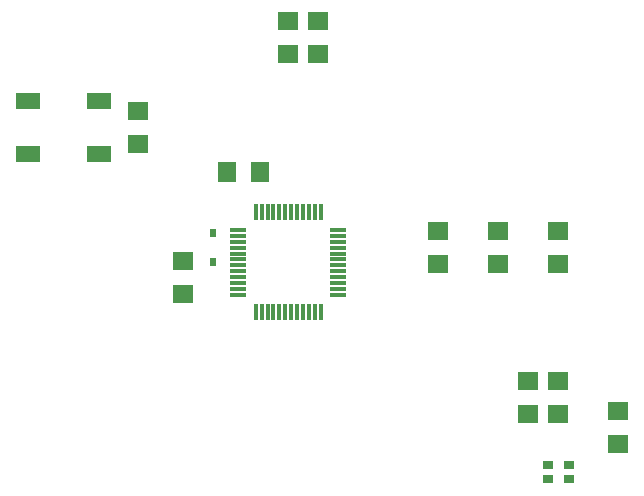
<source format=gbr>
G04 EAGLE Gerber RS-274X export*
G75*
%MOMM*%
%FSLAX34Y34*%
%LPD*%
%INSolderpaste Top*%
%IPPOS*%
%AMOC8*
5,1,8,0,0,1.08239X$1,22.5*%
G01*
%ADD10R,1.475000X0.300000*%
%ADD11R,0.300000X1.475000*%
%ADD12R,0.900000X0.800000*%
%ADD13R,2.100000X1.400000*%
%ADD14R,1.800000X1.600000*%
%ADD15R,1.803000X1.600000*%
%ADD16R,1.600000X1.800000*%
%ADD17R,0.600000X0.800000*%


D10*
X198920Y281500D03*
X198920Y276500D03*
X198920Y271500D03*
X198920Y266500D03*
X198920Y261500D03*
X198920Y256500D03*
X198920Y251500D03*
X198920Y246500D03*
X198920Y241500D03*
X198920Y236500D03*
X198920Y231500D03*
X198920Y226500D03*
D11*
X213800Y211620D03*
X218800Y211620D03*
X223800Y211620D03*
X228800Y211620D03*
X233800Y211620D03*
X238800Y211620D03*
X243800Y211620D03*
X248800Y211620D03*
X253800Y211620D03*
X258800Y211620D03*
X263800Y211620D03*
X268800Y211620D03*
D10*
X283680Y226500D03*
X283680Y231500D03*
X283680Y236500D03*
X283680Y241500D03*
X283680Y246500D03*
X283680Y251500D03*
X283680Y256500D03*
X283680Y261500D03*
X283680Y266500D03*
X283680Y271500D03*
X283680Y276500D03*
X283680Y281500D03*
D11*
X268800Y296380D03*
X263800Y296380D03*
X258800Y296380D03*
X253800Y296380D03*
X248800Y296380D03*
X243800Y296380D03*
X238800Y296380D03*
X233800Y296380D03*
X228800Y296380D03*
X223800Y296380D03*
X218800Y296380D03*
X213800Y296380D03*
D12*
X478900Y70200D03*
X478900Y82200D03*
X460900Y82200D03*
X460900Y70200D03*
D13*
X20800Y390800D03*
X80800Y390800D03*
X20800Y345800D03*
X80800Y345800D03*
D14*
X114300Y382300D03*
X114300Y354300D03*
X241300Y430500D03*
X241300Y458500D03*
X266700Y430500D03*
X266700Y458500D03*
X469900Y280700D03*
X469900Y252700D03*
X419100Y280700D03*
X419100Y252700D03*
X368300Y280700D03*
X368300Y252700D03*
D15*
X520700Y100080D03*
X520700Y128520D03*
X469900Y153920D03*
X469900Y125480D03*
X444500Y153920D03*
X444500Y125480D03*
D16*
X217200Y330200D03*
X189200Y330200D03*
D14*
X152400Y255300D03*
X152400Y227300D03*
D17*
X177800Y254200D03*
X177800Y279200D03*
M02*

</source>
